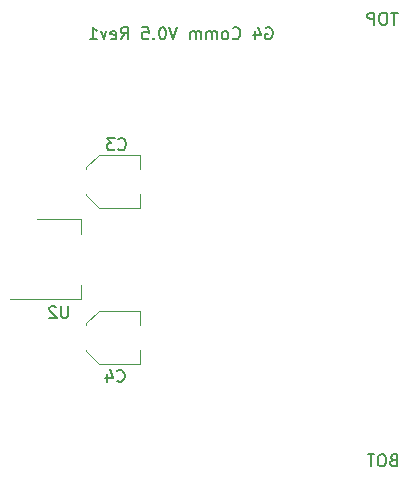
<source format=gbo>
%TF.GenerationSoftware,KiCad,Pcbnew,7.0.2-6a45011f42~172~ubuntu22.04.1*%
%TF.CreationDate,2023-05-29T16:44:42-07:00*%
%TF.ProjectId,comm_v0p4,636f6d6d-5f76-4307-9034-2e6b69636164,rev?*%
%TF.SameCoordinates,Original*%
%TF.FileFunction,Legend,Bot*%
%TF.FilePolarity,Positive*%
%FSLAX46Y46*%
G04 Gerber Fmt 4.6, Leading zero omitted, Abs format (unit mm)*
G04 Created by KiCad (PCBNEW 7.0.2-6a45011f42~172~ubuntu22.04.1) date 2023-05-29 16:44:42*
%MOMM*%
%LPD*%
G01*
G04 APERTURE LIST*
%ADD10C,0.203200*%
%ADD11C,0.150000*%
%ADD12C,0.120000*%
G04 APERTURE END LIST*
D10*
X87746666Y-88637830D02*
X87601523Y-88686211D01*
X87601523Y-88686211D02*
X87553142Y-88734592D01*
X87553142Y-88734592D02*
X87504761Y-88831354D01*
X87504761Y-88831354D02*
X87504761Y-88976497D01*
X87504761Y-88976497D02*
X87553142Y-89073259D01*
X87553142Y-89073259D02*
X87601523Y-89121640D01*
X87601523Y-89121640D02*
X87698285Y-89170020D01*
X87698285Y-89170020D02*
X88085333Y-89170020D01*
X88085333Y-89170020D02*
X88085333Y-88154020D01*
X88085333Y-88154020D02*
X87746666Y-88154020D01*
X87746666Y-88154020D02*
X87649904Y-88202401D01*
X87649904Y-88202401D02*
X87601523Y-88250782D01*
X87601523Y-88250782D02*
X87553142Y-88347544D01*
X87553142Y-88347544D02*
X87553142Y-88444306D01*
X87553142Y-88444306D02*
X87601523Y-88541068D01*
X87601523Y-88541068D02*
X87649904Y-88589449D01*
X87649904Y-88589449D02*
X87746666Y-88637830D01*
X87746666Y-88637830D02*
X88085333Y-88637830D01*
X86875809Y-88154020D02*
X86682285Y-88154020D01*
X86682285Y-88154020D02*
X86585523Y-88202401D01*
X86585523Y-88202401D02*
X86488761Y-88299163D01*
X86488761Y-88299163D02*
X86440380Y-88492687D01*
X86440380Y-88492687D02*
X86440380Y-88831354D01*
X86440380Y-88831354D02*
X86488761Y-89024878D01*
X86488761Y-89024878D02*
X86585523Y-89121640D01*
X86585523Y-89121640D02*
X86682285Y-89170020D01*
X86682285Y-89170020D02*
X86875809Y-89170020D01*
X86875809Y-89170020D02*
X86972571Y-89121640D01*
X86972571Y-89121640D02*
X87069333Y-89024878D01*
X87069333Y-89024878D02*
X87117714Y-88831354D01*
X87117714Y-88831354D02*
X87117714Y-88492687D01*
X87117714Y-88492687D02*
X87069333Y-88299163D01*
X87069333Y-88299163D02*
X86972571Y-88202401D01*
X86972571Y-88202401D02*
X86875809Y-88154020D01*
X86150095Y-88154020D02*
X85569523Y-88154020D01*
X85859809Y-89170020D02*
X85859809Y-88154020D01*
X76959580Y-52029601D02*
X77056342Y-51981220D01*
X77056342Y-51981220D02*
X77201485Y-51981220D01*
X77201485Y-51981220D02*
X77346628Y-52029601D01*
X77346628Y-52029601D02*
X77443390Y-52126363D01*
X77443390Y-52126363D02*
X77491771Y-52223125D01*
X77491771Y-52223125D02*
X77540152Y-52416649D01*
X77540152Y-52416649D02*
X77540152Y-52561792D01*
X77540152Y-52561792D02*
X77491771Y-52755316D01*
X77491771Y-52755316D02*
X77443390Y-52852078D01*
X77443390Y-52852078D02*
X77346628Y-52948840D01*
X77346628Y-52948840D02*
X77201485Y-52997220D01*
X77201485Y-52997220D02*
X77104723Y-52997220D01*
X77104723Y-52997220D02*
X76959580Y-52948840D01*
X76959580Y-52948840D02*
X76911199Y-52900459D01*
X76911199Y-52900459D02*
X76911199Y-52561792D01*
X76911199Y-52561792D02*
X77104723Y-52561792D01*
X76040342Y-52319887D02*
X76040342Y-52997220D01*
X76282247Y-51932840D02*
X76524152Y-52658554D01*
X76524152Y-52658554D02*
X75895199Y-52658554D01*
X74153485Y-52900459D02*
X74201866Y-52948840D01*
X74201866Y-52948840D02*
X74347009Y-52997220D01*
X74347009Y-52997220D02*
X74443771Y-52997220D01*
X74443771Y-52997220D02*
X74588914Y-52948840D01*
X74588914Y-52948840D02*
X74685676Y-52852078D01*
X74685676Y-52852078D02*
X74734057Y-52755316D01*
X74734057Y-52755316D02*
X74782438Y-52561792D01*
X74782438Y-52561792D02*
X74782438Y-52416649D01*
X74782438Y-52416649D02*
X74734057Y-52223125D01*
X74734057Y-52223125D02*
X74685676Y-52126363D01*
X74685676Y-52126363D02*
X74588914Y-52029601D01*
X74588914Y-52029601D02*
X74443771Y-51981220D01*
X74443771Y-51981220D02*
X74347009Y-51981220D01*
X74347009Y-51981220D02*
X74201866Y-52029601D01*
X74201866Y-52029601D02*
X74153485Y-52077982D01*
X73572914Y-52997220D02*
X73669676Y-52948840D01*
X73669676Y-52948840D02*
X73718057Y-52900459D01*
X73718057Y-52900459D02*
X73766438Y-52803697D01*
X73766438Y-52803697D02*
X73766438Y-52513411D01*
X73766438Y-52513411D02*
X73718057Y-52416649D01*
X73718057Y-52416649D02*
X73669676Y-52368268D01*
X73669676Y-52368268D02*
X73572914Y-52319887D01*
X73572914Y-52319887D02*
X73427771Y-52319887D01*
X73427771Y-52319887D02*
X73331009Y-52368268D01*
X73331009Y-52368268D02*
X73282628Y-52416649D01*
X73282628Y-52416649D02*
X73234247Y-52513411D01*
X73234247Y-52513411D02*
X73234247Y-52803697D01*
X73234247Y-52803697D02*
X73282628Y-52900459D01*
X73282628Y-52900459D02*
X73331009Y-52948840D01*
X73331009Y-52948840D02*
X73427771Y-52997220D01*
X73427771Y-52997220D02*
X73572914Y-52997220D01*
X72798819Y-52997220D02*
X72798819Y-52319887D01*
X72798819Y-52416649D02*
X72750438Y-52368268D01*
X72750438Y-52368268D02*
X72653676Y-52319887D01*
X72653676Y-52319887D02*
X72508533Y-52319887D01*
X72508533Y-52319887D02*
X72411771Y-52368268D01*
X72411771Y-52368268D02*
X72363390Y-52465030D01*
X72363390Y-52465030D02*
X72363390Y-52997220D01*
X72363390Y-52465030D02*
X72315009Y-52368268D01*
X72315009Y-52368268D02*
X72218247Y-52319887D01*
X72218247Y-52319887D02*
X72073104Y-52319887D01*
X72073104Y-52319887D02*
X71976343Y-52368268D01*
X71976343Y-52368268D02*
X71927962Y-52465030D01*
X71927962Y-52465030D02*
X71927962Y-52997220D01*
X71444152Y-52997220D02*
X71444152Y-52319887D01*
X71444152Y-52416649D02*
X71395771Y-52368268D01*
X71395771Y-52368268D02*
X71299009Y-52319887D01*
X71299009Y-52319887D02*
X71153866Y-52319887D01*
X71153866Y-52319887D02*
X71057104Y-52368268D01*
X71057104Y-52368268D02*
X71008723Y-52465030D01*
X71008723Y-52465030D02*
X71008723Y-52997220D01*
X71008723Y-52465030D02*
X70960342Y-52368268D01*
X70960342Y-52368268D02*
X70863580Y-52319887D01*
X70863580Y-52319887D02*
X70718437Y-52319887D01*
X70718437Y-52319887D02*
X70621676Y-52368268D01*
X70621676Y-52368268D02*
X70573295Y-52465030D01*
X70573295Y-52465030D02*
X70573295Y-52997220D01*
X69460533Y-51981220D02*
X69121866Y-52997220D01*
X69121866Y-52997220D02*
X68783199Y-51981220D01*
X68251009Y-51981220D02*
X68154247Y-51981220D01*
X68154247Y-51981220D02*
X68057485Y-52029601D01*
X68057485Y-52029601D02*
X68009104Y-52077982D01*
X68009104Y-52077982D02*
X67960723Y-52174744D01*
X67960723Y-52174744D02*
X67912342Y-52368268D01*
X67912342Y-52368268D02*
X67912342Y-52610173D01*
X67912342Y-52610173D02*
X67960723Y-52803697D01*
X67960723Y-52803697D02*
X68009104Y-52900459D01*
X68009104Y-52900459D02*
X68057485Y-52948840D01*
X68057485Y-52948840D02*
X68154247Y-52997220D01*
X68154247Y-52997220D02*
X68251009Y-52997220D01*
X68251009Y-52997220D02*
X68347771Y-52948840D01*
X68347771Y-52948840D02*
X68396152Y-52900459D01*
X68396152Y-52900459D02*
X68444533Y-52803697D01*
X68444533Y-52803697D02*
X68492914Y-52610173D01*
X68492914Y-52610173D02*
X68492914Y-52368268D01*
X68492914Y-52368268D02*
X68444533Y-52174744D01*
X68444533Y-52174744D02*
X68396152Y-52077982D01*
X68396152Y-52077982D02*
X68347771Y-52029601D01*
X68347771Y-52029601D02*
X68251009Y-51981220D01*
X67476914Y-52900459D02*
X67428533Y-52948840D01*
X67428533Y-52948840D02*
X67476914Y-52997220D01*
X67476914Y-52997220D02*
X67525295Y-52948840D01*
X67525295Y-52948840D02*
X67476914Y-52900459D01*
X67476914Y-52900459D02*
X67476914Y-52997220D01*
X66509294Y-51981220D02*
X66993104Y-51981220D01*
X66993104Y-51981220D02*
X67041485Y-52465030D01*
X67041485Y-52465030D02*
X66993104Y-52416649D01*
X66993104Y-52416649D02*
X66896342Y-52368268D01*
X66896342Y-52368268D02*
X66654437Y-52368268D01*
X66654437Y-52368268D02*
X66557675Y-52416649D01*
X66557675Y-52416649D02*
X66509294Y-52465030D01*
X66509294Y-52465030D02*
X66460913Y-52561792D01*
X66460913Y-52561792D02*
X66460913Y-52803697D01*
X66460913Y-52803697D02*
X66509294Y-52900459D01*
X66509294Y-52900459D02*
X66557675Y-52948840D01*
X66557675Y-52948840D02*
X66654437Y-52997220D01*
X66654437Y-52997220D02*
X66896342Y-52997220D01*
X66896342Y-52997220D02*
X66993104Y-52948840D01*
X66993104Y-52948840D02*
X67041485Y-52900459D01*
X64670818Y-52997220D02*
X65009485Y-52513411D01*
X65251390Y-52997220D02*
X65251390Y-51981220D01*
X65251390Y-51981220D02*
X64864342Y-51981220D01*
X64864342Y-51981220D02*
X64767580Y-52029601D01*
X64767580Y-52029601D02*
X64719199Y-52077982D01*
X64719199Y-52077982D02*
X64670818Y-52174744D01*
X64670818Y-52174744D02*
X64670818Y-52319887D01*
X64670818Y-52319887D02*
X64719199Y-52416649D01*
X64719199Y-52416649D02*
X64767580Y-52465030D01*
X64767580Y-52465030D02*
X64864342Y-52513411D01*
X64864342Y-52513411D02*
X65251390Y-52513411D01*
X63848342Y-52948840D02*
X63945104Y-52997220D01*
X63945104Y-52997220D02*
X64138628Y-52997220D01*
X64138628Y-52997220D02*
X64235390Y-52948840D01*
X64235390Y-52948840D02*
X64283771Y-52852078D01*
X64283771Y-52852078D02*
X64283771Y-52465030D01*
X64283771Y-52465030D02*
X64235390Y-52368268D01*
X64235390Y-52368268D02*
X64138628Y-52319887D01*
X64138628Y-52319887D02*
X63945104Y-52319887D01*
X63945104Y-52319887D02*
X63848342Y-52368268D01*
X63848342Y-52368268D02*
X63799961Y-52465030D01*
X63799961Y-52465030D02*
X63799961Y-52561792D01*
X63799961Y-52561792D02*
X64283771Y-52658554D01*
X63461295Y-52319887D02*
X63219390Y-52997220D01*
X63219390Y-52997220D02*
X62977485Y-52319887D01*
X62058247Y-52997220D02*
X62638819Y-52997220D01*
X62348533Y-52997220D02*
X62348533Y-51981220D01*
X62348533Y-51981220D02*
X62445295Y-52126363D01*
X62445295Y-52126363D02*
X62542057Y-52223125D01*
X62542057Y-52223125D02*
X62638819Y-52271506D01*
X88130476Y-50754020D02*
X87549904Y-50754020D01*
X87840190Y-51770020D02*
X87840190Y-50754020D01*
X87017714Y-50754020D02*
X86824190Y-50754020D01*
X86824190Y-50754020D02*
X86727428Y-50802401D01*
X86727428Y-50802401D02*
X86630666Y-50899163D01*
X86630666Y-50899163D02*
X86582285Y-51092687D01*
X86582285Y-51092687D02*
X86582285Y-51431354D01*
X86582285Y-51431354D02*
X86630666Y-51624878D01*
X86630666Y-51624878D02*
X86727428Y-51721640D01*
X86727428Y-51721640D02*
X86824190Y-51770020D01*
X86824190Y-51770020D02*
X87017714Y-51770020D01*
X87017714Y-51770020D02*
X87114476Y-51721640D01*
X87114476Y-51721640D02*
X87211238Y-51624878D01*
X87211238Y-51624878D02*
X87259619Y-51431354D01*
X87259619Y-51431354D02*
X87259619Y-51092687D01*
X87259619Y-51092687D02*
X87211238Y-50899163D01*
X87211238Y-50899163D02*
X87114476Y-50802401D01*
X87114476Y-50802401D02*
X87017714Y-50754020D01*
X86146857Y-51770020D02*
X86146857Y-50754020D01*
X86146857Y-50754020D02*
X85759809Y-50754020D01*
X85759809Y-50754020D02*
X85663047Y-50802401D01*
X85663047Y-50802401D02*
X85614666Y-50850782D01*
X85614666Y-50850782D02*
X85566285Y-50947544D01*
X85566285Y-50947544D02*
X85566285Y-51092687D01*
X85566285Y-51092687D02*
X85614666Y-51189449D01*
X85614666Y-51189449D02*
X85663047Y-51237830D01*
X85663047Y-51237830D02*
X85759809Y-51286211D01*
X85759809Y-51286211D02*
X86146857Y-51286211D01*
D11*
%TO.C,U2*%
X60197904Y-75590619D02*
X60197904Y-76400142D01*
X60197904Y-76400142D02*
X60150285Y-76495380D01*
X60150285Y-76495380D02*
X60102666Y-76543000D01*
X60102666Y-76543000D02*
X60007428Y-76590619D01*
X60007428Y-76590619D02*
X59816952Y-76590619D01*
X59816952Y-76590619D02*
X59721714Y-76543000D01*
X59721714Y-76543000D02*
X59674095Y-76495380D01*
X59674095Y-76495380D02*
X59626476Y-76400142D01*
X59626476Y-76400142D02*
X59626476Y-75590619D01*
X59197904Y-75685857D02*
X59150285Y-75638238D01*
X59150285Y-75638238D02*
X59055047Y-75590619D01*
X59055047Y-75590619D02*
X58816952Y-75590619D01*
X58816952Y-75590619D02*
X58721714Y-75638238D01*
X58721714Y-75638238D02*
X58674095Y-75685857D01*
X58674095Y-75685857D02*
X58626476Y-75781095D01*
X58626476Y-75781095D02*
X58626476Y-75876333D01*
X58626476Y-75876333D02*
X58674095Y-76019190D01*
X58674095Y-76019190D02*
X59245523Y-76590619D01*
X59245523Y-76590619D02*
X58626476Y-76590619D01*
%TO.C,C3*%
X64479466Y-62292580D02*
X64527085Y-62340200D01*
X64527085Y-62340200D02*
X64669942Y-62387819D01*
X64669942Y-62387819D02*
X64765180Y-62387819D01*
X64765180Y-62387819D02*
X64908037Y-62340200D01*
X64908037Y-62340200D02*
X65003275Y-62244961D01*
X65003275Y-62244961D02*
X65050894Y-62149723D01*
X65050894Y-62149723D02*
X65098513Y-61959247D01*
X65098513Y-61959247D02*
X65098513Y-61816390D01*
X65098513Y-61816390D02*
X65050894Y-61625914D01*
X65050894Y-61625914D02*
X65003275Y-61530676D01*
X65003275Y-61530676D02*
X64908037Y-61435438D01*
X64908037Y-61435438D02*
X64765180Y-61387819D01*
X64765180Y-61387819D02*
X64669942Y-61387819D01*
X64669942Y-61387819D02*
X64527085Y-61435438D01*
X64527085Y-61435438D02*
X64479466Y-61483057D01*
X64146132Y-61387819D02*
X63527085Y-61387819D01*
X63527085Y-61387819D02*
X63860418Y-61768771D01*
X63860418Y-61768771D02*
X63717561Y-61768771D01*
X63717561Y-61768771D02*
X63622323Y-61816390D01*
X63622323Y-61816390D02*
X63574704Y-61864009D01*
X63574704Y-61864009D02*
X63527085Y-61959247D01*
X63527085Y-61959247D02*
X63527085Y-62197342D01*
X63527085Y-62197342D02*
X63574704Y-62292580D01*
X63574704Y-62292580D02*
X63622323Y-62340200D01*
X63622323Y-62340200D02*
X63717561Y-62387819D01*
X63717561Y-62387819D02*
X64003275Y-62387819D01*
X64003275Y-62387819D02*
X64098513Y-62340200D01*
X64098513Y-62340200D02*
X64146132Y-62292580D01*
%TO.C,C4*%
X64377866Y-81901380D02*
X64425485Y-81949000D01*
X64425485Y-81949000D02*
X64568342Y-81996619D01*
X64568342Y-81996619D02*
X64663580Y-81996619D01*
X64663580Y-81996619D02*
X64806437Y-81949000D01*
X64806437Y-81949000D02*
X64901675Y-81853761D01*
X64901675Y-81853761D02*
X64949294Y-81758523D01*
X64949294Y-81758523D02*
X64996913Y-81568047D01*
X64996913Y-81568047D02*
X64996913Y-81425190D01*
X64996913Y-81425190D02*
X64949294Y-81234714D01*
X64949294Y-81234714D02*
X64901675Y-81139476D01*
X64901675Y-81139476D02*
X64806437Y-81044238D01*
X64806437Y-81044238D02*
X64663580Y-80996619D01*
X64663580Y-80996619D02*
X64568342Y-80996619D01*
X64568342Y-80996619D02*
X64425485Y-81044238D01*
X64425485Y-81044238D02*
X64377866Y-81091857D01*
X63520723Y-81329952D02*
X63520723Y-81996619D01*
X63758818Y-80949000D02*
X63996913Y-81663285D01*
X63996913Y-81663285D02*
X63377866Y-81663285D01*
D12*
%TO.C,U2*%
X55336000Y-75038000D02*
X61346000Y-75038000D01*
X57586000Y-68218000D02*
X61346000Y-68218000D01*
X61346000Y-68218000D02*
X61346000Y-69478000D01*
X61346000Y-75038000D02*
X61346000Y-73778000D01*
%TO.C,C3*%
X61748000Y-63828437D02*
X61748000Y-63964000D01*
X61748000Y-63828437D02*
X62812437Y-62764000D01*
X61748000Y-66219563D02*
X61748000Y-66084000D01*
X61748000Y-66219563D02*
X62812437Y-67284000D01*
X62812437Y-62764000D02*
X66268000Y-62764000D01*
X62812437Y-67284000D02*
X66268000Y-67284000D01*
X66268000Y-62764000D02*
X66268000Y-63964000D01*
X66268000Y-67284000D02*
X66268000Y-66084000D01*
%TO.C,C4*%
X61748000Y-77036437D02*
X61748000Y-77172000D01*
X61748000Y-77036437D02*
X62812437Y-75972000D01*
X61748000Y-79427563D02*
X61748000Y-79292000D01*
X61748000Y-79427563D02*
X62812437Y-80492000D01*
X62812437Y-75972000D02*
X66268000Y-75972000D01*
X62812437Y-80492000D02*
X66268000Y-80492000D01*
X66268000Y-75972000D02*
X66268000Y-77172000D01*
X66268000Y-80492000D02*
X66268000Y-79292000D01*
%TD*%
M02*

</source>
